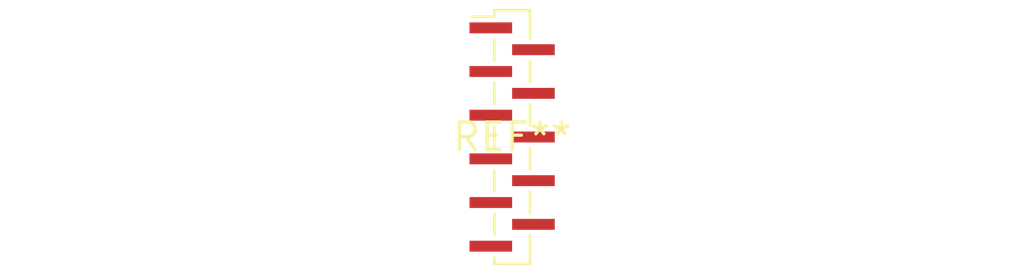
<source format=kicad_pcb>
(kicad_pcb (version 20240108) (generator pcbnew)
  (layers (0 "F.Cu" signal) (31 "B.Cu" signal) (34 "B.Paste" user) (35 "F.Paste" user) (36 "B.SilkS" user "B.Silkscreen") (37 "F.SilkS" user "F.Silkscreen") (38 "B.Mask" user) (39 "F.Mask" user) (44 "Edge.Cuts" user))
  (net 0 "")
  (footprint "PinSocket_1x11_P1.00mm_Vertical_SMD_Pin1Left" (layer "F.Cu") (at 0 0)
    (property "Reference" "REF**")
    (property "Value" "PinSocket_1x11_P1.00mm_Vertical_SMD_Pin1Left")
    (fp_line (start -1.89 -5.51) (end -0.81 -5.51) (layer "F.SilkS") (stroke (width 0.12)))
    (fp_line (start -0.81 -5.81) (end -0.81 -5.51) (layer "F.SilkS") (stroke (width 0.12)))
    (fp_line (start -0.81 -5.81) (end 0.81 -5.81) (layer "F.SilkS") (stroke (width 0.12)))
    (fp_line (start -0.81 -4.49) (end -0.81 -3.51) (layer "F.SilkS") (stroke (width 0.12)))
    (fp_line (start -0.81 -2.49) (end -0.81 -1.51) (layer "F.SilkS") (stroke (width 0.12)))
    (fp_line (start -0.81 -0.49) (end -0.81 0.49) (layer "F.SilkS") (stroke (width 0.12)))
    (fp_line (start -0.81 1.51) (end -0.81 2.49) (layer "F.SilkS") (stroke (width 0.12)))
    (fp_line (start -0.81 3.51) (end -0.81 4.49) (layer "F.SilkS") (stroke (width 0.12)))
    (fp_line (start -0.81 5.51) (end -0.81 5.81) (layer "F.SilkS") (stroke (width 0.12)))
    (fp_line (start -0.81 5.81) (end 0.81 5.81) (layer "F.SilkS") (stroke (width 0.12)))
    (fp_line (start 0.81 -5.81) (end 0.81 -4.51) (layer "F.SilkS") (stroke (width 0.12)))
    (fp_line (start 0.81 -3.49) (end 0.81 -2.51) (layer "F.SilkS") (stroke (width 0.12)))
    (fp_line (start 0.81 -1.49) (end 0.81 -0.51) (layer "F.SilkS") (stroke (width 0.12)))
    (fp_line (start 0.81 0.51) (end 0.81 1.49) (layer "F.SilkS") (stroke (width 0.12)))
    (fp_line (start 0.81 2.51) (end 0.81 3.49) (layer "F.SilkS") (stroke (width 0.12)))
    (fp_line (start 0.81 4.51) (end 0.81 5.81) (layer "F.SilkS") (stroke (width 0.12)))
    (pad "1" smd rect (at -0.975 -5) (size 1.95 0.5) (layers "F.Cu" "F.Paste" "F.Mask"))
    (pad "2" smd rect (at 0.975 -4) (size 1.95 0.5) (layers "F.Cu" "F.Paste" "F.Mask"))
    (pad "3" smd rect (at -0.975 -3) (size 1.95 0.5) (layers "F.Cu" "F.Paste" "F.Mask"))
    (pad "4" smd rect (at 0.975 -2) (size 1.95 0.5) (layers "F.Cu" "F.Paste" "F.Mask"))
    (pad "5" smd rect (at -0.975 -1) (size 1.95 0.5) (layers "F.Cu" "F.Paste" "F.Mask"))
    (pad "6" smd rect (at 0.975 0) (size 1.95 0.5) (layers "F.Cu" "F.Paste" "F.Mask"))
    (pad "7" smd rect (at -0.975 1) (size 1.95 0.5) (layers "F.Cu" "F.Paste" "F.Mask"))
    (pad "8" smd rect (at 0.975 2) (size 1.95 0.5) (layers "F.Cu" "F.Paste" "F.Mask"))
    (pad "9" smd rect (at -0.975 3) (size 1.95 0.5) (layers "F.Cu" "F.Paste" "F.Mask"))
    (pad "10" smd rect (at 0.975 4) (size 1.95 0.5) (layers "F.Cu" "F.Paste" "F.Mask"))
    (pad "11" smd rect (at -0.975 5) (size 1.95 0.5) (layers "F.Cu" "F.Paste" "F.Mask"))
  )
)
</source>
